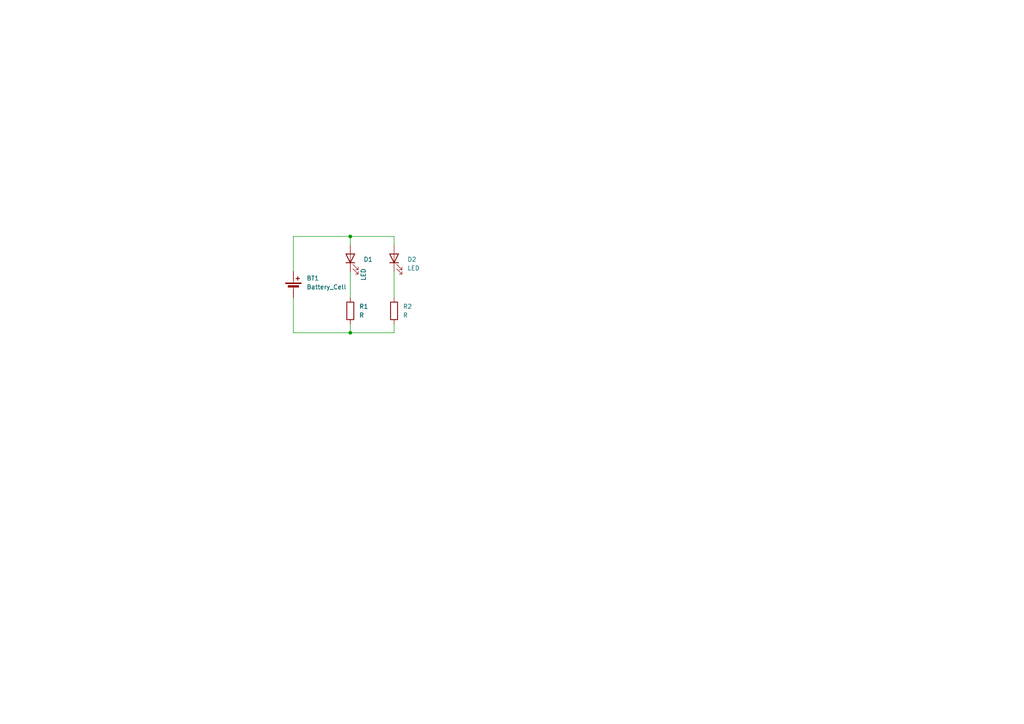
<source format=kicad_sch>
(kicad_sch (version 20250114) (generator "eeschema") (generator_version "9.0")
  (paper "A4")
  (lib_symbols
    (symbol "Device:Battery_Cell" (pin_numbers (hide yes)) (pin_names (offset 0) (hide yes))
      (property "Reference" "BT" (at 2.54 2.54 0))
      (property "Value" "Battery_Cell" (at 2.54 0 0))
      (symbol "Battery_Cell_0_1"
        (rectangle (start -2.286 1.778) (end 2.286 1.524) (fill (type outline)))
        (rectangle (start -1.524 1.016) (end 1.524 0.508) (fill (type outline)))
        (polyline (pts (xy 0 1.778) (xy 0 2.54)))
        (polyline (pts (xy 0 0.762) (xy 0 0)))
        (polyline (pts (xy 0.762 3.048) (xy 1.778 3.048)) (stroke (width 0.254)))
        (polyline (pts (xy 1.27 3.556) (xy 1.27 2.54)) (stroke (width 0.254)))
      )
      (symbol "Battery_Cell_1_1"
        (pin passive line (at 0 5.08 270) (length 2.54) (name "+") (number "1"))
        (pin passive line (at 0 -2.54 90) (length 2.54) (name "-") (number "2"))
      )
    )
    (symbol "Device:LED" (pin_numbers (hide yes)) (pin_names (offset 1.016) (hide yes))
      (property "Reference" "D" (at 0 2.54 0))
      (property "Value" "LED" (at 0 -2.54 0))
      (symbol "LED_0_1"
        (polyline (pts (xy -3.048 -0.762) (xy -4.572 -2.286) (xy -3.81 -2.286) (xy -4.572 -2.286) (xy -4.572 -1.524)))
        (polyline (pts (xy -1.778 -0.762) (xy -3.302 -2.286) (xy -2.54 -2.286) (xy -3.302 -2.286) (xy -3.302 -1.524)))
        (polyline (pts (xy -1.27 0) (xy 1.27 0)))
        (polyline (pts (xy -1.27 -1.27) (xy -1.27 1.27)) (stroke (width 0.254)))
        (polyline (pts (xy 1.27 -1.27) (xy 1.27 1.27) (xy -1.27 0) (xy 1.27 -1.27)) (stroke (width 0.254)))
      )
      (symbol "LED_1_1"
        (pin passive line (at -3.81 0 0) (length 2.54) (name "K") (number "1"))
        (pin passive line (at 3.81 0 180) (length 2.54) (name "A") (number "2"))
      )
    )
    (symbol "Device:R" (pin_numbers (hide yes)) (pin_names (offset 0))
      (property "Reference" "R" (at 2.032 0 90))
      (property "Value" "R" (at 0 0 90))
      (symbol "R_0_1"
        (rectangle (start -1.016 -2.54) (end 1.016 2.54) (stroke (width 0.254)))
      )
      (symbol "R_1_1"
        (pin passive line (at 0 3.81 270) (length 1.27) (name "~") (number "1"))
        (pin passive line (at 0 -3.81 90) (length 1.27) (name "~") (number "2"))
      )
    )
  )
  (junction (at 101.6 68.58))
  (junction (at 101.6 96.52))
  (wire (pts (xy 85.09 86.36) (xy 85.09 96.52)))
  (wire (pts (xy 101.6 93.98) (xy 101.6 96.52)))
  (wire (pts (xy 101.6 71.12) (xy 101.6 68.58)))
  (wire (pts (xy 101.6 96.52) (xy 114.3 96.52)))
  (wire (pts (xy 114.3 71.12) (xy 114.3 68.58)))
  (wire (pts (xy 114.3 96.52) (xy 114.3 93.98)))
  (wire (pts (xy 101.6 68.58) (xy 85.09 68.58)))
  (wire (pts (xy 114.3 78.74) (xy 114.3 86.36)))
  (wire (pts (xy 114.3 68.58) (xy 101.6 68.58)))
  (wire (pts (xy 101.6 78.74) (xy 101.6 86.36)))
  (wire (pts (xy 85.09 96.52) (xy 101.6 96.52)))
  (wire (pts (xy 85.09 68.58) (xy 85.09 78.74)))
  (symbol (lib_id "Device:LED") (at 101.6 74.93 90) (unit 1)
    (property "Reference" "D1" (at 105.41 75.2474 90) (effects (justify right)))
    (property "Value" "LED" (at 105.41 77.7874 0) (effects (justify right)))
    (property "Footprint" "LED_THT:LED_D5.0mm" (effects (hide yes)))
    (property "Description" "Light emitting diode" (effects (hide yes)))
    (property "Sim.Pins" "1=K 2=A" (effects (hide yes)))
  )
  (symbol (lib_id "Device:R") (at 101.6 90.17 0) (unit 1)
    (property "Reference" "R1" (at 104.14 88.8999 0) (effects (justify left)))
    (property "Value" "R" (at 104.14 91.4399 0) (effects (justify left)))
    (property "Footprint" "Resistor_THT:R_Axial_DIN0207_L6.3mm_D2.5mm_P7.62mm_Horizontal" (effects (hide yes)))
    (property "Description" "Resistor" (effects (hide yes)))
  )
  (symbol (lib_id "Device:Battery_Cell") (at 85.09 83.82 0) (unit 1)
    (property "Reference" "BT1" (at 88.9 80.7084 0) (effects (justify left)))
    (property "Value" "Battery_Cell" (at 88.9 83.2484 0) (effects (justify left)))
    (property "Footprint" "Battery:BatteryHolder_Keystone_3034_1x20mm" (effects (hide yes)))
    (property "Description" "Single-cell battery" (effects (hide yes)))
  )
  (symbol (lib_id "Device:LED") (at 114.3 74.93 90) (unit 1)
    (property "Reference" "D2" (at 118.11 75.2474 90) (effects (justify right)))
    (property "Value" "LED" (at 118.11 77.7874 90) (effects (justify right)))
    (property "Footprint" "LED_THT:LED_D5.0mm" (effects (hide yes)))
    (property "Description" "Light emitting diode" (effects (hide yes)))
    (property "Sim.Pins" "1=K 2=A" (effects (hide yes)))
  )
  (symbol (lib_id "Device:R") (at 114.3 90.17 0) (unit 1)
    (property "Reference" "R2" (at 116.84 88.8999 0) (effects (justify left)))
    (property "Value" "R" (at 116.84 91.4399 0) (effects (justify left)))
    (property "Footprint" "Resistor_THT:R_Axial_DIN0207_L6.3mm_D2.5mm_P7.62mm_Horizontal" (effects (hide yes)))
    (property "Description" "Resistor" (effects (hide yes)))
  )
)
</source>
